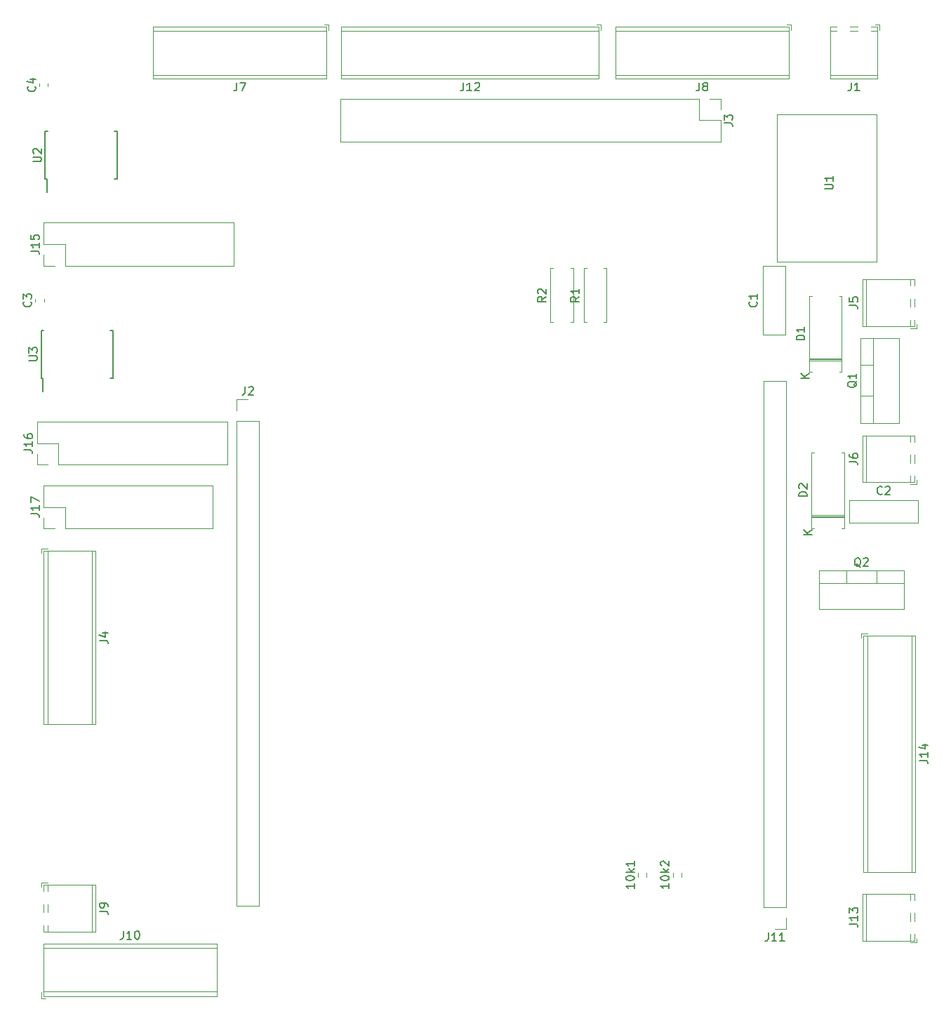
<source format=gbr>
%TF.GenerationSoftware,KiCad,Pcbnew,5.1.10-1.fc34*%
%TF.CreationDate,2021-08-02T19:45:02+02:00*%
%TF.ProjectId,domo_pool_hard,646f6d6f-5f70-46f6-9f6c-5f686172642e,rev?*%
%TF.SameCoordinates,Original*%
%TF.FileFunction,Legend,Top*%
%TF.FilePolarity,Positive*%
%FSLAX46Y46*%
G04 Gerber Fmt 4.6, Leading zero omitted, Abs format (unit mm)*
G04 Created by KiCad (PCBNEW 5.1.10-1.fc34) date 2021-08-02 19:45:02*
%MOMM*%
%LPD*%
G01*
G04 APERTURE LIST*
%ADD10C,0.120000*%
%ADD11C,0.150000*%
G04 APERTURE END LIST*
D10*
%TO.C,J17*%
X54910000Y-119030000D02*
X54910000Y-113830000D01*
X37070000Y-119030000D02*
X54910000Y-119030000D01*
X34470000Y-113830000D02*
X54910000Y-113830000D01*
X37070000Y-119030000D02*
X37070000Y-116430000D01*
X37070000Y-116430000D02*
X34470000Y-116430000D01*
X34470000Y-116430000D02*
X34470000Y-113830000D01*
X35800000Y-119030000D02*
X34470000Y-119030000D01*
X34470000Y-119030000D02*
X34470000Y-117700000D01*
D11*
%TO.C,U3*%
X34400000Y-100875000D02*
X34400000Y-102475000D01*
X42825000Y-100875000D02*
X42825000Y-95125000D01*
X34175000Y-100875000D02*
X34175000Y-95125000D01*
X42825000Y-100875000D02*
X42525000Y-100875000D01*
X42825000Y-95125000D02*
X42525000Y-95125000D01*
X34175000Y-95125000D02*
X34475000Y-95125000D01*
X34175000Y-100875000D02*
X34400000Y-100875000D01*
%TO.C,U2*%
X34675000Y-76875000D02*
X34900000Y-76875000D01*
X34675000Y-71125000D02*
X34975000Y-71125000D01*
X43325000Y-71125000D02*
X43025000Y-71125000D01*
X43325000Y-76875000D02*
X43025000Y-76875000D01*
X34675000Y-76875000D02*
X34675000Y-71125000D01*
X43325000Y-76875000D02*
X43325000Y-71125000D01*
X34900000Y-76875000D02*
X34900000Y-78475000D01*
D10*
%TO.C,U1*%
X134965000Y-69045000D02*
X122900000Y-69045000D01*
X122900000Y-69045000D02*
X122900000Y-86825000D01*
X122900000Y-86825000D02*
X134965000Y-86825000D01*
X134965000Y-86825000D02*
X134965000Y-69045000D01*
%TO.C,R2*%
X95960000Y-94160000D02*
X95630000Y-94160000D01*
X95630000Y-94160000D02*
X95630000Y-87620000D01*
X95630000Y-87620000D02*
X95960000Y-87620000D01*
X98040000Y-94160000D02*
X98370000Y-94160000D01*
X98370000Y-94160000D02*
X98370000Y-87620000D01*
X98370000Y-87620000D02*
X98040000Y-87620000D01*
%TO.C,R1*%
X99960000Y-94160000D02*
X99630000Y-94160000D01*
X99630000Y-94160000D02*
X99630000Y-87620000D01*
X99630000Y-87620000D02*
X99960000Y-87620000D01*
X102040000Y-94160000D02*
X102370000Y-94160000D01*
X102370000Y-94160000D02*
X102370000Y-87620000D01*
X102370000Y-87620000D02*
X102040000Y-87620000D01*
%TO.C,Q2*%
X128020000Y-124130000D02*
X138260000Y-124130000D01*
X128020000Y-128771000D02*
X138260000Y-128771000D01*
X128020000Y-124130000D02*
X128020000Y-128771000D01*
X138260000Y-124130000D02*
X138260000Y-128771000D01*
X128020000Y-125640000D02*
X138260000Y-125640000D01*
X131290000Y-124130000D02*
X131290000Y-125640000D01*
X134991000Y-124130000D02*
X134991000Y-125640000D01*
%TO.C,Q1*%
X133030000Y-106280000D02*
X133030000Y-96040000D01*
X137671000Y-106280000D02*
X137671000Y-96040000D01*
X133030000Y-106280000D02*
X137671000Y-106280000D01*
X133030000Y-96040000D02*
X137671000Y-96040000D01*
X134540000Y-106280000D02*
X134540000Y-96040000D01*
X133030000Y-103010000D02*
X134540000Y-103010000D01*
X133030000Y-99309000D02*
X134540000Y-99309000D01*
%TO.C,J16*%
X56650000Y-111330000D02*
X56650000Y-106130000D01*
X36270000Y-111330000D02*
X56650000Y-111330000D01*
X33670000Y-106130000D02*
X56650000Y-106130000D01*
X36270000Y-111330000D02*
X36270000Y-108730000D01*
X36270000Y-108730000D02*
X33670000Y-108730000D01*
X33670000Y-108730000D02*
X33670000Y-106130000D01*
X35000000Y-111330000D02*
X33670000Y-111330000D01*
X33670000Y-111330000D02*
X33670000Y-110000000D01*
%TO.C,J15*%
X57450000Y-87330000D02*
X57450000Y-82130000D01*
X37070000Y-87330000D02*
X57450000Y-87330000D01*
X34470000Y-82130000D02*
X57450000Y-82130000D01*
X37070000Y-87330000D02*
X37070000Y-84730000D01*
X37070000Y-84730000D02*
X34470000Y-84730000D01*
X34470000Y-84730000D02*
X34470000Y-82130000D01*
X35800000Y-87330000D02*
X34470000Y-87330000D01*
X34470000Y-87330000D02*
X34470000Y-86000000D01*
%TO.C,J14*%
X133900000Y-131940000D02*
X133900000Y-160460000D01*
X139200000Y-131940000D02*
X139200000Y-160460000D01*
X139660000Y-131940000D02*
X139660000Y-160460000D01*
X133340000Y-131940000D02*
X133340000Y-160460000D01*
X139660000Y-131940000D02*
X133340000Y-131940000D01*
X139660000Y-160460000D02*
X133340000Y-160460000D01*
X133840000Y-131700000D02*
X133100000Y-131700000D01*
X133100000Y-131700000D02*
X133100000Y-132200000D01*
%TO.C,J13*%
X139000000Y-168760000D02*
X139000000Y-167990000D01*
X139000000Y-166410000D02*
X139000000Y-165450000D01*
X139000000Y-163870000D02*
X139000000Y-163100000D01*
X133700000Y-168760000D02*
X133700000Y-163100000D01*
X133240000Y-168760000D02*
X133240000Y-163100000D01*
X139560000Y-168760000D02*
X139560000Y-167990000D01*
X139560000Y-166410000D02*
X139560000Y-165450000D01*
X139560000Y-163870000D02*
X139560000Y-163100000D01*
X133240000Y-168760000D02*
X139560000Y-168760000D01*
X133240000Y-163100000D02*
X139560000Y-163100000D01*
X139060000Y-169000000D02*
X139800000Y-169000000D01*
X139800000Y-169000000D02*
X139800000Y-168500000D01*
%TO.C,J12*%
X101460000Y-59000000D02*
X70399000Y-59000000D01*
X101460000Y-64300000D02*
X70399000Y-64300000D01*
X101460000Y-64760000D02*
X70399000Y-64760000D01*
X101460000Y-58440000D02*
X70399000Y-58440000D01*
X101460000Y-64760000D02*
X101460000Y-58440000D01*
X70399000Y-64760000D02*
X70399000Y-58440000D01*
X101700000Y-58940000D02*
X101700000Y-58200000D01*
X101700000Y-58200000D02*
X101200000Y-58200000D01*
%TO.C,J11*%
X124030000Y-101190000D02*
X121370000Y-101190000D01*
X124030000Y-164750000D02*
X124030000Y-101190000D01*
X121370000Y-164750000D02*
X121370000Y-101190000D01*
X124030000Y-164750000D02*
X121370000Y-164750000D01*
X124030000Y-166020000D02*
X124030000Y-167350000D01*
X124030000Y-167350000D02*
X122700000Y-167350000D01*
%TO.C,J10*%
X34440000Y-174900000D02*
X55341000Y-174900000D01*
X34440000Y-169600000D02*
X55341000Y-169600000D01*
X34440000Y-169140000D02*
X55341000Y-169140000D01*
X34440000Y-175460000D02*
X55341000Y-175460000D01*
X34440000Y-169140000D02*
X34440000Y-175460000D01*
X55341000Y-169140000D02*
X55341000Y-175460000D01*
X34200000Y-174960000D02*
X34200000Y-175700000D01*
X34200000Y-175700000D02*
X34700000Y-175700000D01*
%TO.C,J9*%
X35000000Y-162040000D02*
X35000000Y-162810000D01*
X35000000Y-164390000D02*
X35000000Y-165350000D01*
X35000000Y-166930000D02*
X35000000Y-167700000D01*
X40300000Y-162040000D02*
X40300000Y-167700000D01*
X40760000Y-162040000D02*
X40760000Y-167700000D01*
X34440000Y-162040000D02*
X34440000Y-162810000D01*
X34440000Y-164390000D02*
X34440000Y-165350000D01*
X34440000Y-166930000D02*
X34440000Y-167700000D01*
X40760000Y-162040000D02*
X34440000Y-162040000D01*
X40760000Y-167700000D02*
X34440000Y-167700000D01*
X34940000Y-161800000D02*
X34200000Y-161800000D01*
X34200000Y-161800000D02*
X34200000Y-162300000D01*
%TO.C,J8*%
X124360000Y-59000000D02*
X103459000Y-59000000D01*
X124360000Y-64300000D02*
X103459000Y-64300000D01*
X124360000Y-64760000D02*
X103459000Y-64760000D01*
X124360000Y-58440000D02*
X103459000Y-58440000D01*
X124360000Y-64760000D02*
X124360000Y-58440000D01*
X103459000Y-64760000D02*
X103459000Y-58440000D01*
X124600000Y-58940000D02*
X124600000Y-58200000D01*
X124600000Y-58200000D02*
X124100000Y-58200000D01*
%TO.C,J7*%
X68560000Y-59000000D02*
X47659000Y-59000000D01*
X68560000Y-64300000D02*
X47659000Y-64300000D01*
X68560000Y-64760000D02*
X47659000Y-64760000D01*
X68560000Y-58440000D02*
X47659000Y-58440000D01*
X68560000Y-64760000D02*
X68560000Y-58440000D01*
X47659000Y-64760000D02*
X47659000Y-58440000D01*
X68800000Y-58940000D02*
X68800000Y-58200000D01*
X68800000Y-58200000D02*
X68300000Y-58200000D01*
%TO.C,J6*%
X139000000Y-113460000D02*
X139000000Y-112690000D01*
X139000000Y-111110000D02*
X139000000Y-110150000D01*
X139000000Y-108570000D02*
X139000000Y-107800000D01*
X133700000Y-113460000D02*
X133700000Y-107800000D01*
X133240000Y-113460000D02*
X133240000Y-107800000D01*
X139560000Y-113460000D02*
X139560000Y-112690000D01*
X139560000Y-111110000D02*
X139560000Y-110150000D01*
X139560000Y-108570000D02*
X139560000Y-107800000D01*
X133240000Y-113460000D02*
X139560000Y-113460000D01*
X133240000Y-107800000D02*
X139560000Y-107800000D01*
X139060000Y-113700000D02*
X139800000Y-113700000D01*
X139800000Y-113700000D02*
X139800000Y-113200000D01*
%TO.C,J5*%
X139000000Y-94600000D02*
X139000000Y-93830000D01*
X139000000Y-92250000D02*
X139000000Y-91290000D01*
X139000000Y-89710000D02*
X139000000Y-88940000D01*
X133700000Y-94600000D02*
X133700000Y-88940000D01*
X133240000Y-94600000D02*
X133240000Y-88940000D01*
X139560000Y-94600000D02*
X139560000Y-93830000D01*
X139560000Y-92250000D02*
X139560000Y-91290000D01*
X139560000Y-89710000D02*
X139560000Y-88940000D01*
X133240000Y-94600000D02*
X139560000Y-94600000D01*
X133240000Y-88940000D02*
X139560000Y-88940000D01*
X139060000Y-94840000D02*
X139800000Y-94840000D01*
X139800000Y-94840000D02*
X139800000Y-94340000D01*
%TO.C,J4*%
X35000000Y-121740000D02*
X35000000Y-142641000D01*
X40300000Y-121740000D02*
X40300000Y-142641000D01*
X40760000Y-121740000D02*
X40760000Y-142641000D01*
X34440000Y-121740000D02*
X34440000Y-142641000D01*
X40760000Y-121740000D02*
X34440000Y-121740000D01*
X40760000Y-142641000D02*
X34440000Y-142641000D01*
X34940000Y-121500000D02*
X34200000Y-121500000D01*
X34200000Y-121500000D02*
X34200000Y-122000000D01*
%TO.C,J3*%
X70290000Y-67170000D02*
X70290000Y-72370000D01*
X113530000Y-67170000D02*
X70290000Y-67170000D01*
X116130000Y-72370000D02*
X70290000Y-72370000D01*
X113530000Y-67170000D02*
X113530000Y-69770000D01*
X113530000Y-69770000D02*
X116130000Y-69770000D01*
X116130000Y-69770000D02*
X116130000Y-72370000D01*
X114800000Y-67170000D02*
X116130000Y-67170000D01*
X116130000Y-67170000D02*
X116130000Y-68500000D01*
%TO.C,J2*%
X57770000Y-164550000D02*
X60430000Y-164550000D01*
X57770000Y-106070000D02*
X57770000Y-164550000D01*
X60430000Y-106070000D02*
X60430000Y-164550000D01*
X57770000Y-106070000D02*
X60430000Y-106070000D01*
X57770000Y-104800000D02*
X57770000Y-103470000D01*
X57770000Y-103470000D02*
X59100000Y-103470000D01*
%TO.C,J1*%
X135060000Y-59000000D02*
X134290000Y-59000000D01*
X132710000Y-59000000D02*
X131750000Y-59000000D01*
X130170000Y-59000000D02*
X129400000Y-59000000D01*
X135060000Y-64300000D02*
X129400000Y-64300000D01*
X135060000Y-64760000D02*
X129400000Y-64760000D01*
X135060000Y-58440000D02*
X134290000Y-58440000D01*
X132710000Y-58440000D02*
X131750000Y-58440000D01*
X130170000Y-58440000D02*
X129400000Y-58440000D01*
X135060000Y-64760000D02*
X135060000Y-58440000D01*
X129400000Y-64760000D02*
X129400000Y-58440000D01*
X135300000Y-58940000D02*
X135300000Y-58200000D01*
X135300000Y-58200000D02*
X134800000Y-58200000D01*
%TO.C,D2*%
X127460000Y-118990000D02*
X127130000Y-118990000D01*
X127130000Y-118990000D02*
X127130000Y-109850000D01*
X127130000Y-109850000D02*
X127460000Y-109850000D01*
X130740000Y-118990000D02*
X131070000Y-118990000D01*
X131070000Y-118990000D02*
X131070000Y-109850000D01*
X131070000Y-109850000D02*
X130740000Y-109850000D01*
X127130000Y-117535000D02*
X131070000Y-117535000D01*
X127130000Y-117415000D02*
X131070000Y-117415000D01*
X127130000Y-117655000D02*
X131070000Y-117655000D01*
%TO.C,D1*%
X127160000Y-100090000D02*
X126830000Y-100090000D01*
X126830000Y-100090000D02*
X126830000Y-90950000D01*
X126830000Y-90950000D02*
X127160000Y-90950000D01*
X130440000Y-100090000D02*
X130770000Y-100090000D01*
X130770000Y-100090000D02*
X130770000Y-90950000D01*
X130770000Y-90950000D02*
X130440000Y-90950000D01*
X126830000Y-98635000D02*
X130770000Y-98635000D01*
X126830000Y-98515000D02*
X130770000Y-98515000D01*
X126830000Y-98755000D02*
X130770000Y-98755000D01*
%TO.C,C4*%
X33990000Y-65646267D02*
X33990000Y-65353733D01*
X35010000Y-65646267D02*
X35010000Y-65353733D01*
%TO.C,C3*%
X33490000Y-91646267D02*
X33490000Y-91353733D01*
X34510000Y-91646267D02*
X34510000Y-91353733D01*
%TO.C,C2*%
X131680000Y-115630000D02*
X139920000Y-115630000D01*
X131680000Y-118370000D02*
X139920000Y-118370000D01*
X131680000Y-115630000D02*
X131680000Y-118370000D01*
X139920000Y-115630000D02*
X139920000Y-118370000D01*
%TO.C,C1*%
X121230000Y-95620000D02*
X121230000Y-87380000D01*
X123970000Y-95620000D02*
X123970000Y-87380000D01*
X121230000Y-95620000D02*
X123970000Y-95620000D01*
X121230000Y-87380000D02*
X123970000Y-87380000D01*
%TO.C,10k2*%
X110377500Y-161054724D02*
X110377500Y-160545276D01*
X111422500Y-161054724D02*
X111422500Y-160545276D01*
%TO.C,10k1*%
X106177500Y-161054724D02*
X106177500Y-160545276D01*
X107222500Y-161054724D02*
X107222500Y-160545276D01*
%TO.C,J17*%
D11*
X32922380Y-117239523D02*
X33636666Y-117239523D01*
X33779523Y-117287142D01*
X33874761Y-117382380D01*
X33922380Y-117525238D01*
X33922380Y-117620476D01*
X33922380Y-116239523D02*
X33922380Y-116810952D01*
X33922380Y-116525238D02*
X32922380Y-116525238D01*
X33065238Y-116620476D01*
X33160476Y-116715714D01*
X33208095Y-116810952D01*
X32922380Y-115906190D02*
X32922380Y-115239523D01*
X33922380Y-115668095D01*
%TO.C,U3*%
X32702380Y-98761904D02*
X33511904Y-98761904D01*
X33607142Y-98714285D01*
X33654761Y-98666666D01*
X33702380Y-98571428D01*
X33702380Y-98380952D01*
X33654761Y-98285714D01*
X33607142Y-98238095D01*
X33511904Y-98190476D01*
X32702380Y-98190476D01*
X32702380Y-97809523D02*
X32702380Y-97190476D01*
X33083333Y-97523809D01*
X33083333Y-97380952D01*
X33130952Y-97285714D01*
X33178571Y-97238095D01*
X33273809Y-97190476D01*
X33511904Y-97190476D01*
X33607142Y-97238095D01*
X33654761Y-97285714D01*
X33702380Y-97380952D01*
X33702380Y-97666666D01*
X33654761Y-97761904D01*
X33607142Y-97809523D01*
%TO.C,U2*%
X33202380Y-74761904D02*
X34011904Y-74761904D01*
X34107142Y-74714285D01*
X34154761Y-74666666D01*
X34202380Y-74571428D01*
X34202380Y-74380952D01*
X34154761Y-74285714D01*
X34107142Y-74238095D01*
X34011904Y-74190476D01*
X33202380Y-74190476D01*
X33297619Y-73761904D02*
X33250000Y-73714285D01*
X33202380Y-73619047D01*
X33202380Y-73380952D01*
X33250000Y-73285714D01*
X33297619Y-73238095D01*
X33392857Y-73190476D01*
X33488095Y-73190476D01*
X33630952Y-73238095D01*
X34202380Y-73809523D01*
X34202380Y-73190476D01*
%TO.C,U1*%
X128702380Y-78061904D02*
X129511904Y-78061904D01*
X129607142Y-78014285D01*
X129654761Y-77966666D01*
X129702380Y-77871428D01*
X129702380Y-77680952D01*
X129654761Y-77585714D01*
X129607142Y-77538095D01*
X129511904Y-77490476D01*
X128702380Y-77490476D01*
X129702380Y-76490476D02*
X129702380Y-77061904D01*
X129702380Y-76776190D02*
X128702380Y-76776190D01*
X128845238Y-76871428D01*
X128940476Y-76966666D01*
X128988095Y-77061904D01*
%TO.C,R2*%
X95082380Y-91056666D02*
X94606190Y-91390000D01*
X95082380Y-91628095D02*
X94082380Y-91628095D01*
X94082380Y-91247142D01*
X94130000Y-91151904D01*
X94177619Y-91104285D01*
X94272857Y-91056666D01*
X94415714Y-91056666D01*
X94510952Y-91104285D01*
X94558571Y-91151904D01*
X94606190Y-91247142D01*
X94606190Y-91628095D01*
X94177619Y-90675714D02*
X94130000Y-90628095D01*
X94082380Y-90532857D01*
X94082380Y-90294761D01*
X94130000Y-90199523D01*
X94177619Y-90151904D01*
X94272857Y-90104285D01*
X94368095Y-90104285D01*
X94510952Y-90151904D01*
X95082380Y-90723333D01*
X95082380Y-90104285D01*
%TO.C,R1*%
X99082380Y-91056666D02*
X98606190Y-91390000D01*
X99082380Y-91628095D02*
X98082380Y-91628095D01*
X98082380Y-91247142D01*
X98130000Y-91151904D01*
X98177619Y-91104285D01*
X98272857Y-91056666D01*
X98415714Y-91056666D01*
X98510952Y-91104285D01*
X98558571Y-91151904D01*
X98606190Y-91247142D01*
X98606190Y-91628095D01*
X99082380Y-90104285D02*
X99082380Y-90675714D01*
X99082380Y-90390000D02*
X98082380Y-90390000D01*
X98225238Y-90485238D01*
X98320476Y-90580476D01*
X98368095Y-90675714D01*
%TO.C,Q2*%
X133044761Y-123677619D02*
X132949523Y-123630000D01*
X132854285Y-123534761D01*
X132711428Y-123391904D01*
X132616190Y-123344285D01*
X132520952Y-123344285D01*
X132568571Y-123582380D02*
X132473333Y-123534761D01*
X132378095Y-123439523D01*
X132330476Y-123249047D01*
X132330476Y-122915714D01*
X132378095Y-122725238D01*
X132473333Y-122630000D01*
X132568571Y-122582380D01*
X132759047Y-122582380D01*
X132854285Y-122630000D01*
X132949523Y-122725238D01*
X132997142Y-122915714D01*
X132997142Y-123249047D01*
X132949523Y-123439523D01*
X132854285Y-123534761D01*
X132759047Y-123582380D01*
X132568571Y-123582380D01*
X133378095Y-122677619D02*
X133425714Y-122630000D01*
X133520952Y-122582380D01*
X133759047Y-122582380D01*
X133854285Y-122630000D01*
X133901904Y-122677619D01*
X133949523Y-122772857D01*
X133949523Y-122868095D01*
X133901904Y-123010952D01*
X133330476Y-123582380D01*
X133949523Y-123582380D01*
%TO.C,Q1*%
X132577619Y-101255238D02*
X132530000Y-101350476D01*
X132434761Y-101445714D01*
X132291904Y-101588571D01*
X132244285Y-101683809D01*
X132244285Y-101779047D01*
X132482380Y-101731428D02*
X132434761Y-101826666D01*
X132339523Y-101921904D01*
X132149047Y-101969523D01*
X131815714Y-101969523D01*
X131625238Y-101921904D01*
X131530000Y-101826666D01*
X131482380Y-101731428D01*
X131482380Y-101540952D01*
X131530000Y-101445714D01*
X131625238Y-101350476D01*
X131815714Y-101302857D01*
X132149047Y-101302857D01*
X132339523Y-101350476D01*
X132434761Y-101445714D01*
X132482380Y-101540952D01*
X132482380Y-101731428D01*
X132482380Y-100350476D02*
X132482380Y-100921904D01*
X132482380Y-100636190D02*
X131482380Y-100636190D01*
X131625238Y-100731428D01*
X131720476Y-100826666D01*
X131768095Y-100921904D01*
%TO.C,J16*%
X32122380Y-109539523D02*
X32836666Y-109539523D01*
X32979523Y-109587142D01*
X33074761Y-109682380D01*
X33122380Y-109825238D01*
X33122380Y-109920476D01*
X33122380Y-108539523D02*
X33122380Y-109110952D01*
X33122380Y-108825238D02*
X32122380Y-108825238D01*
X32265238Y-108920476D01*
X32360476Y-109015714D01*
X32408095Y-109110952D01*
X32122380Y-107682380D02*
X32122380Y-107872857D01*
X32170000Y-107968095D01*
X32217619Y-108015714D01*
X32360476Y-108110952D01*
X32550952Y-108158571D01*
X32931904Y-108158571D01*
X33027142Y-108110952D01*
X33074761Y-108063333D01*
X33122380Y-107968095D01*
X33122380Y-107777619D01*
X33074761Y-107682380D01*
X33027142Y-107634761D01*
X32931904Y-107587142D01*
X32693809Y-107587142D01*
X32598571Y-107634761D01*
X32550952Y-107682380D01*
X32503333Y-107777619D01*
X32503333Y-107968095D01*
X32550952Y-108063333D01*
X32598571Y-108110952D01*
X32693809Y-108158571D01*
%TO.C,J15*%
X32922380Y-85539523D02*
X33636666Y-85539523D01*
X33779523Y-85587142D01*
X33874761Y-85682380D01*
X33922380Y-85825238D01*
X33922380Y-85920476D01*
X33922380Y-84539523D02*
X33922380Y-85110952D01*
X33922380Y-84825238D02*
X32922380Y-84825238D01*
X33065238Y-84920476D01*
X33160476Y-85015714D01*
X33208095Y-85110952D01*
X32922380Y-83634761D02*
X32922380Y-84110952D01*
X33398571Y-84158571D01*
X33350952Y-84110952D01*
X33303333Y-84015714D01*
X33303333Y-83777619D01*
X33350952Y-83682380D01*
X33398571Y-83634761D01*
X33493809Y-83587142D01*
X33731904Y-83587142D01*
X33827142Y-83634761D01*
X33874761Y-83682380D01*
X33922380Y-83777619D01*
X33922380Y-84015714D01*
X33874761Y-84110952D01*
X33827142Y-84158571D01*
%TO.C,J14*%
X140112380Y-147009523D02*
X140826666Y-147009523D01*
X140969523Y-147057142D01*
X141064761Y-147152380D01*
X141112380Y-147295238D01*
X141112380Y-147390476D01*
X141112380Y-146009523D02*
X141112380Y-146580952D01*
X141112380Y-146295238D02*
X140112380Y-146295238D01*
X140255238Y-146390476D01*
X140350476Y-146485714D01*
X140398095Y-146580952D01*
X140445714Y-145152380D02*
X141112380Y-145152380D01*
X140064761Y-145390476D02*
X140779047Y-145628571D01*
X140779047Y-145009523D01*
%TO.C,J13*%
X131692380Y-166739523D02*
X132406666Y-166739523D01*
X132549523Y-166787142D01*
X132644761Y-166882380D01*
X132692380Y-167025238D01*
X132692380Y-167120476D01*
X132692380Y-165739523D02*
X132692380Y-166310952D01*
X132692380Y-166025238D02*
X131692380Y-166025238D01*
X131835238Y-166120476D01*
X131930476Y-166215714D01*
X131978095Y-166310952D01*
X131692380Y-165406190D02*
X131692380Y-164787142D01*
X132073333Y-165120476D01*
X132073333Y-164977619D01*
X132120952Y-164882380D01*
X132168571Y-164834761D01*
X132263809Y-164787142D01*
X132501904Y-164787142D01*
X132597142Y-164834761D01*
X132644761Y-164882380D01*
X132692380Y-164977619D01*
X132692380Y-165263333D01*
X132644761Y-165358571D01*
X132597142Y-165406190D01*
%TO.C,J12*%
X85120476Y-65212380D02*
X85120476Y-65926666D01*
X85072857Y-66069523D01*
X84977619Y-66164761D01*
X84834761Y-66212380D01*
X84739523Y-66212380D01*
X86120476Y-66212380D02*
X85549047Y-66212380D01*
X85834761Y-66212380D02*
X85834761Y-65212380D01*
X85739523Y-65355238D01*
X85644285Y-65450476D01*
X85549047Y-65498095D01*
X86501428Y-65307619D02*
X86549047Y-65260000D01*
X86644285Y-65212380D01*
X86882380Y-65212380D01*
X86977619Y-65260000D01*
X87025238Y-65307619D01*
X87072857Y-65402857D01*
X87072857Y-65498095D01*
X87025238Y-65640952D01*
X86453809Y-66212380D01*
X87072857Y-66212380D01*
%TO.C,J11*%
X121890476Y-167802380D02*
X121890476Y-168516666D01*
X121842857Y-168659523D01*
X121747619Y-168754761D01*
X121604761Y-168802380D01*
X121509523Y-168802380D01*
X122890476Y-168802380D02*
X122319047Y-168802380D01*
X122604761Y-168802380D02*
X122604761Y-167802380D01*
X122509523Y-167945238D01*
X122414285Y-168040476D01*
X122319047Y-168088095D01*
X123842857Y-168802380D02*
X123271428Y-168802380D01*
X123557142Y-168802380D02*
X123557142Y-167802380D01*
X123461904Y-167945238D01*
X123366666Y-168040476D01*
X123271428Y-168088095D01*
%TO.C,J10*%
X44080476Y-167592380D02*
X44080476Y-168306666D01*
X44032857Y-168449523D01*
X43937619Y-168544761D01*
X43794761Y-168592380D01*
X43699523Y-168592380D01*
X45080476Y-168592380D02*
X44509047Y-168592380D01*
X44794761Y-168592380D02*
X44794761Y-167592380D01*
X44699523Y-167735238D01*
X44604285Y-167830476D01*
X44509047Y-167878095D01*
X45699523Y-167592380D02*
X45794761Y-167592380D01*
X45890000Y-167640000D01*
X45937619Y-167687619D01*
X45985238Y-167782857D01*
X46032857Y-167973333D01*
X46032857Y-168211428D01*
X45985238Y-168401904D01*
X45937619Y-168497142D01*
X45890000Y-168544761D01*
X45794761Y-168592380D01*
X45699523Y-168592380D01*
X45604285Y-168544761D01*
X45556666Y-168497142D01*
X45509047Y-168401904D01*
X45461428Y-168211428D01*
X45461428Y-167973333D01*
X45509047Y-167782857D01*
X45556666Y-167687619D01*
X45604285Y-167640000D01*
X45699523Y-167592380D01*
%TO.C,J9*%
X41212380Y-165203333D02*
X41926666Y-165203333D01*
X42069523Y-165250952D01*
X42164761Y-165346190D01*
X42212380Y-165489047D01*
X42212380Y-165584285D01*
X42212380Y-164679523D02*
X42212380Y-164489047D01*
X42164761Y-164393809D01*
X42117142Y-164346190D01*
X41974285Y-164250952D01*
X41783809Y-164203333D01*
X41402857Y-164203333D01*
X41307619Y-164250952D01*
X41260000Y-164298571D01*
X41212380Y-164393809D01*
X41212380Y-164584285D01*
X41260000Y-164679523D01*
X41307619Y-164727142D01*
X41402857Y-164774761D01*
X41640952Y-164774761D01*
X41736190Y-164727142D01*
X41783809Y-164679523D01*
X41831428Y-164584285D01*
X41831428Y-164393809D01*
X41783809Y-164298571D01*
X41736190Y-164250952D01*
X41640952Y-164203333D01*
%TO.C,J8*%
X113576666Y-65212380D02*
X113576666Y-65926666D01*
X113529047Y-66069523D01*
X113433809Y-66164761D01*
X113290952Y-66212380D01*
X113195714Y-66212380D01*
X114195714Y-65640952D02*
X114100476Y-65593333D01*
X114052857Y-65545714D01*
X114005238Y-65450476D01*
X114005238Y-65402857D01*
X114052857Y-65307619D01*
X114100476Y-65260000D01*
X114195714Y-65212380D01*
X114386190Y-65212380D01*
X114481428Y-65260000D01*
X114529047Y-65307619D01*
X114576666Y-65402857D01*
X114576666Y-65450476D01*
X114529047Y-65545714D01*
X114481428Y-65593333D01*
X114386190Y-65640952D01*
X114195714Y-65640952D01*
X114100476Y-65688571D01*
X114052857Y-65736190D01*
X114005238Y-65831428D01*
X114005238Y-66021904D01*
X114052857Y-66117142D01*
X114100476Y-66164761D01*
X114195714Y-66212380D01*
X114386190Y-66212380D01*
X114481428Y-66164761D01*
X114529047Y-66117142D01*
X114576666Y-66021904D01*
X114576666Y-65831428D01*
X114529047Y-65736190D01*
X114481428Y-65688571D01*
X114386190Y-65640952D01*
%TO.C,J7*%
X57776666Y-65212380D02*
X57776666Y-65926666D01*
X57729047Y-66069523D01*
X57633809Y-66164761D01*
X57490952Y-66212380D01*
X57395714Y-66212380D01*
X58157619Y-65212380D02*
X58824285Y-65212380D01*
X58395714Y-66212380D01*
%TO.C,J6*%
X131692380Y-110963333D02*
X132406666Y-110963333D01*
X132549523Y-111010952D01*
X132644761Y-111106190D01*
X132692380Y-111249047D01*
X132692380Y-111344285D01*
X131692380Y-110058571D02*
X131692380Y-110249047D01*
X131740000Y-110344285D01*
X131787619Y-110391904D01*
X131930476Y-110487142D01*
X132120952Y-110534761D01*
X132501904Y-110534761D01*
X132597142Y-110487142D01*
X132644761Y-110439523D01*
X132692380Y-110344285D01*
X132692380Y-110153809D01*
X132644761Y-110058571D01*
X132597142Y-110010952D01*
X132501904Y-109963333D01*
X132263809Y-109963333D01*
X132168571Y-110010952D01*
X132120952Y-110058571D01*
X132073333Y-110153809D01*
X132073333Y-110344285D01*
X132120952Y-110439523D01*
X132168571Y-110487142D01*
X132263809Y-110534761D01*
%TO.C,J5*%
X131692380Y-92103333D02*
X132406666Y-92103333D01*
X132549523Y-92150952D01*
X132644761Y-92246190D01*
X132692380Y-92389047D01*
X132692380Y-92484285D01*
X131692380Y-91150952D02*
X131692380Y-91627142D01*
X132168571Y-91674761D01*
X132120952Y-91627142D01*
X132073333Y-91531904D01*
X132073333Y-91293809D01*
X132120952Y-91198571D01*
X132168571Y-91150952D01*
X132263809Y-91103333D01*
X132501904Y-91103333D01*
X132597142Y-91150952D01*
X132644761Y-91198571D01*
X132692380Y-91293809D01*
X132692380Y-91531904D01*
X132644761Y-91627142D01*
X132597142Y-91674761D01*
%TO.C,J4*%
X41212380Y-132523333D02*
X41926666Y-132523333D01*
X42069523Y-132570952D01*
X42164761Y-132666190D01*
X42212380Y-132809047D01*
X42212380Y-132904285D01*
X41545714Y-131618571D02*
X42212380Y-131618571D01*
X41164761Y-131856666D02*
X41879047Y-132094761D01*
X41879047Y-131475714D01*
%TO.C,J3*%
X116582380Y-70103333D02*
X117296666Y-70103333D01*
X117439523Y-70150952D01*
X117534761Y-70246190D01*
X117582380Y-70389047D01*
X117582380Y-70484285D01*
X116582380Y-69722380D02*
X116582380Y-69103333D01*
X116963333Y-69436666D01*
X116963333Y-69293809D01*
X117010952Y-69198571D01*
X117058571Y-69150952D01*
X117153809Y-69103333D01*
X117391904Y-69103333D01*
X117487142Y-69150952D01*
X117534761Y-69198571D01*
X117582380Y-69293809D01*
X117582380Y-69579523D01*
X117534761Y-69674761D01*
X117487142Y-69722380D01*
%TO.C,J2*%
X58766666Y-101922380D02*
X58766666Y-102636666D01*
X58719047Y-102779523D01*
X58623809Y-102874761D01*
X58480952Y-102922380D01*
X58385714Y-102922380D01*
X59195238Y-102017619D02*
X59242857Y-101970000D01*
X59338095Y-101922380D01*
X59576190Y-101922380D01*
X59671428Y-101970000D01*
X59719047Y-102017619D01*
X59766666Y-102112857D01*
X59766666Y-102208095D01*
X59719047Y-102350952D01*
X59147619Y-102922380D01*
X59766666Y-102922380D01*
%TO.C,J1*%
X131896666Y-65212380D02*
X131896666Y-65926666D01*
X131849047Y-66069523D01*
X131753809Y-66164761D01*
X131610952Y-66212380D01*
X131515714Y-66212380D01*
X132896666Y-66212380D02*
X132325238Y-66212380D01*
X132610952Y-66212380D02*
X132610952Y-65212380D01*
X132515714Y-65355238D01*
X132420476Y-65450476D01*
X132325238Y-65498095D01*
%TO.C,D2*%
X126582380Y-115158095D02*
X125582380Y-115158095D01*
X125582380Y-114920000D01*
X125630000Y-114777142D01*
X125725238Y-114681904D01*
X125820476Y-114634285D01*
X126010952Y-114586666D01*
X126153809Y-114586666D01*
X126344285Y-114634285D01*
X126439523Y-114681904D01*
X126534761Y-114777142D01*
X126582380Y-114920000D01*
X126582380Y-115158095D01*
X125677619Y-114205714D02*
X125630000Y-114158095D01*
X125582380Y-114062857D01*
X125582380Y-113824761D01*
X125630000Y-113729523D01*
X125677619Y-113681904D01*
X125772857Y-113634285D01*
X125868095Y-113634285D01*
X126010952Y-113681904D01*
X126582380Y-114253333D01*
X126582380Y-113634285D01*
X127152380Y-119761904D02*
X126152380Y-119761904D01*
X127152380Y-119190476D02*
X126580952Y-119619047D01*
X126152380Y-119190476D02*
X126723809Y-119761904D01*
%TO.C,D1*%
X126282380Y-96258095D02*
X125282380Y-96258095D01*
X125282380Y-96020000D01*
X125330000Y-95877142D01*
X125425238Y-95781904D01*
X125520476Y-95734285D01*
X125710952Y-95686666D01*
X125853809Y-95686666D01*
X126044285Y-95734285D01*
X126139523Y-95781904D01*
X126234761Y-95877142D01*
X126282380Y-96020000D01*
X126282380Y-96258095D01*
X126282380Y-94734285D02*
X126282380Y-95305714D01*
X126282380Y-95020000D02*
X125282380Y-95020000D01*
X125425238Y-95115238D01*
X125520476Y-95210476D01*
X125568095Y-95305714D01*
X126852380Y-100861904D02*
X125852380Y-100861904D01*
X126852380Y-100290476D02*
X126280952Y-100719047D01*
X125852380Y-100290476D02*
X126423809Y-100861904D01*
%TO.C,C4*%
X33427142Y-65666666D02*
X33474761Y-65714285D01*
X33522380Y-65857142D01*
X33522380Y-65952380D01*
X33474761Y-66095238D01*
X33379523Y-66190476D01*
X33284285Y-66238095D01*
X33093809Y-66285714D01*
X32950952Y-66285714D01*
X32760476Y-66238095D01*
X32665238Y-66190476D01*
X32570000Y-66095238D01*
X32522380Y-65952380D01*
X32522380Y-65857142D01*
X32570000Y-65714285D01*
X32617619Y-65666666D01*
X32855714Y-64809523D02*
X33522380Y-64809523D01*
X32474761Y-65047619D02*
X33189047Y-65285714D01*
X33189047Y-64666666D01*
%TO.C,C3*%
X32927142Y-91666666D02*
X32974761Y-91714285D01*
X33022380Y-91857142D01*
X33022380Y-91952380D01*
X32974761Y-92095238D01*
X32879523Y-92190476D01*
X32784285Y-92238095D01*
X32593809Y-92285714D01*
X32450952Y-92285714D01*
X32260476Y-92238095D01*
X32165238Y-92190476D01*
X32070000Y-92095238D01*
X32022380Y-91952380D01*
X32022380Y-91857142D01*
X32070000Y-91714285D01*
X32117619Y-91666666D01*
X32022380Y-91333333D02*
X32022380Y-90714285D01*
X32403333Y-91047619D01*
X32403333Y-90904761D01*
X32450952Y-90809523D01*
X32498571Y-90761904D01*
X32593809Y-90714285D01*
X32831904Y-90714285D01*
X32927142Y-90761904D01*
X32974761Y-90809523D01*
X33022380Y-90904761D01*
X33022380Y-91190476D01*
X32974761Y-91285714D01*
X32927142Y-91333333D01*
%TO.C,C2*%
X135633333Y-114857142D02*
X135585714Y-114904761D01*
X135442857Y-114952380D01*
X135347619Y-114952380D01*
X135204761Y-114904761D01*
X135109523Y-114809523D01*
X135061904Y-114714285D01*
X135014285Y-114523809D01*
X135014285Y-114380952D01*
X135061904Y-114190476D01*
X135109523Y-114095238D01*
X135204761Y-114000000D01*
X135347619Y-113952380D01*
X135442857Y-113952380D01*
X135585714Y-114000000D01*
X135633333Y-114047619D01*
X136014285Y-114047619D02*
X136061904Y-114000000D01*
X136157142Y-113952380D01*
X136395238Y-113952380D01*
X136490476Y-114000000D01*
X136538095Y-114047619D01*
X136585714Y-114142857D01*
X136585714Y-114238095D01*
X136538095Y-114380952D01*
X135966666Y-114952380D01*
X136585714Y-114952380D01*
%TO.C,C1*%
X120457142Y-91666666D02*
X120504761Y-91714285D01*
X120552380Y-91857142D01*
X120552380Y-91952380D01*
X120504761Y-92095238D01*
X120409523Y-92190476D01*
X120314285Y-92238095D01*
X120123809Y-92285714D01*
X119980952Y-92285714D01*
X119790476Y-92238095D01*
X119695238Y-92190476D01*
X119600000Y-92095238D01*
X119552380Y-91952380D01*
X119552380Y-91857142D01*
X119600000Y-91714285D01*
X119647619Y-91666666D01*
X120552380Y-90714285D02*
X120552380Y-91285714D01*
X120552380Y-91000000D02*
X119552380Y-91000000D01*
X119695238Y-91095238D01*
X119790476Y-91190476D01*
X119838095Y-91285714D01*
%TO.C,10k2*%
X109922380Y-161871428D02*
X109922380Y-162442857D01*
X109922380Y-162157142D02*
X108922380Y-162157142D01*
X109065238Y-162252380D01*
X109160476Y-162347619D01*
X109208095Y-162442857D01*
X108922380Y-161252380D02*
X108922380Y-161157142D01*
X108970000Y-161061904D01*
X109017619Y-161014285D01*
X109112857Y-160966666D01*
X109303333Y-160919047D01*
X109541428Y-160919047D01*
X109731904Y-160966666D01*
X109827142Y-161014285D01*
X109874761Y-161061904D01*
X109922380Y-161157142D01*
X109922380Y-161252380D01*
X109874761Y-161347619D01*
X109827142Y-161395238D01*
X109731904Y-161442857D01*
X109541428Y-161490476D01*
X109303333Y-161490476D01*
X109112857Y-161442857D01*
X109017619Y-161395238D01*
X108970000Y-161347619D01*
X108922380Y-161252380D01*
X109922380Y-160490476D02*
X108922380Y-160490476D01*
X109541428Y-160395238D02*
X109922380Y-160109523D01*
X109255714Y-160109523D02*
X109636666Y-160490476D01*
X109017619Y-159728571D02*
X108970000Y-159680952D01*
X108922380Y-159585714D01*
X108922380Y-159347619D01*
X108970000Y-159252380D01*
X109017619Y-159204761D01*
X109112857Y-159157142D01*
X109208095Y-159157142D01*
X109350952Y-159204761D01*
X109922380Y-159776190D01*
X109922380Y-159157142D01*
%TO.C,10k1*%
X105722380Y-161871428D02*
X105722380Y-162442857D01*
X105722380Y-162157142D02*
X104722380Y-162157142D01*
X104865238Y-162252380D01*
X104960476Y-162347619D01*
X105008095Y-162442857D01*
X104722380Y-161252380D02*
X104722380Y-161157142D01*
X104770000Y-161061904D01*
X104817619Y-161014285D01*
X104912857Y-160966666D01*
X105103333Y-160919047D01*
X105341428Y-160919047D01*
X105531904Y-160966666D01*
X105627142Y-161014285D01*
X105674761Y-161061904D01*
X105722380Y-161157142D01*
X105722380Y-161252380D01*
X105674761Y-161347619D01*
X105627142Y-161395238D01*
X105531904Y-161442857D01*
X105341428Y-161490476D01*
X105103333Y-161490476D01*
X104912857Y-161442857D01*
X104817619Y-161395238D01*
X104770000Y-161347619D01*
X104722380Y-161252380D01*
X105722380Y-160490476D02*
X104722380Y-160490476D01*
X105341428Y-160395238D02*
X105722380Y-160109523D01*
X105055714Y-160109523D02*
X105436666Y-160490476D01*
X105722380Y-159157142D02*
X105722380Y-159728571D01*
X105722380Y-159442857D02*
X104722380Y-159442857D01*
X104865238Y-159538095D01*
X104960476Y-159633333D01*
X105008095Y-159728571D01*
%TD*%
M02*

</source>
